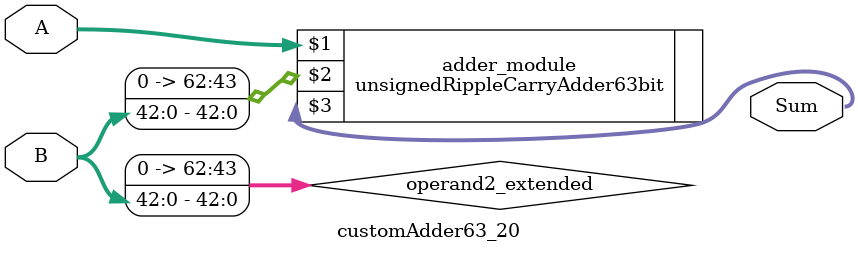
<source format=v>
module customAdder63_20(
                        input [62 : 0] A,
                        input [42 : 0] B,
                        
                        output [63 : 0] Sum
                );

        wire [62 : 0] operand2_extended;
        
        assign operand2_extended =  {20'b0, B};
        
        unsignedRippleCarryAdder63bit adder_module(
            A,
            operand2_extended,
            Sum
        );
        
        endmodule
        
</source>
